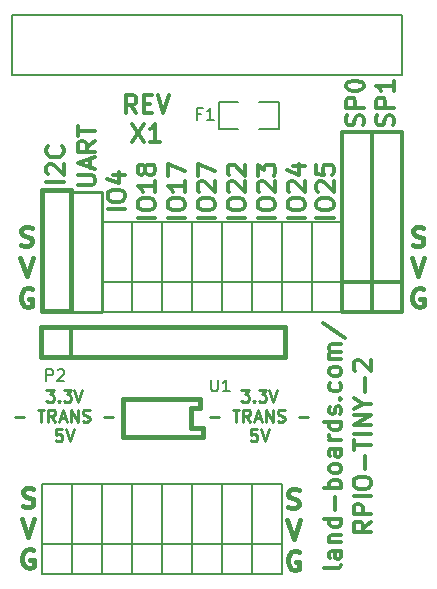
<source format=gto>
G04 (created by PCBNEW (2013-07-07 BZR 4022)-stable) date 11/15/2014 7:33:56 AM*
%MOIN*%
G04 Gerber Fmt 3.4, Leading zero omitted, Abs format*
%FSLAX34Y34*%
G01*
G70*
G90*
G04 APERTURE LIST*
%ADD10C,0.00590551*%
%ADD11C,0.015*%
%ADD12C,0.01*%
%ADD13C,0.011811*%
%ADD14C,0.008*%
%ADD15C,0.006*%
%ADD16C,0.005*%
%ADD17C,0.012*%
G04 APERTURE END LIST*
G54D10*
G54D11*
X9471Y-16773D02*
X9560Y-16802D01*
X9709Y-16802D01*
X9769Y-16773D01*
X9798Y-16743D01*
X9828Y-16683D01*
X9828Y-16624D01*
X9798Y-16564D01*
X9769Y-16535D01*
X9709Y-16505D01*
X9590Y-16475D01*
X9530Y-16445D01*
X9501Y-16416D01*
X9471Y-16356D01*
X9471Y-16297D01*
X9501Y-16237D01*
X9530Y-16207D01*
X9590Y-16177D01*
X9739Y-16177D01*
X9828Y-16207D01*
X9441Y-17202D02*
X9650Y-17827D01*
X9858Y-17202D01*
X9813Y-18257D02*
X9754Y-18227D01*
X9664Y-18227D01*
X9575Y-18257D01*
X9516Y-18317D01*
X9486Y-18376D01*
X9456Y-18495D01*
X9456Y-18585D01*
X9486Y-18704D01*
X9516Y-18763D01*
X9575Y-18823D01*
X9664Y-18852D01*
X9724Y-18852D01*
X9813Y-18823D01*
X9843Y-18793D01*
X9843Y-18585D01*
X9724Y-18585D01*
X621Y-16723D02*
X710Y-16752D01*
X859Y-16752D01*
X919Y-16723D01*
X948Y-16693D01*
X978Y-16633D01*
X978Y-16574D01*
X948Y-16514D01*
X919Y-16485D01*
X859Y-16455D01*
X740Y-16425D01*
X680Y-16395D01*
X651Y-16366D01*
X621Y-16306D01*
X621Y-16247D01*
X651Y-16187D01*
X680Y-16157D01*
X740Y-16127D01*
X889Y-16127D01*
X978Y-16157D01*
X591Y-17152D02*
X800Y-17777D01*
X1008Y-17152D01*
X963Y-18207D02*
X904Y-18177D01*
X814Y-18177D01*
X725Y-18207D01*
X666Y-18267D01*
X636Y-18326D01*
X606Y-18445D01*
X606Y-18535D01*
X636Y-18654D01*
X666Y-18713D01*
X725Y-18773D01*
X814Y-18802D01*
X874Y-18802D01*
X963Y-18773D01*
X993Y-18743D01*
X993Y-18535D01*
X874Y-18535D01*
G54D12*
X7909Y-12861D02*
X8157Y-12861D01*
X8023Y-13014D01*
X8080Y-13014D01*
X8119Y-13033D01*
X8138Y-13052D01*
X8157Y-13090D01*
X8157Y-13185D01*
X8138Y-13223D01*
X8119Y-13242D01*
X8080Y-13261D01*
X7966Y-13261D01*
X7928Y-13242D01*
X7909Y-13223D01*
X8328Y-13223D02*
X8347Y-13242D01*
X8328Y-13261D01*
X8309Y-13242D01*
X8328Y-13223D01*
X8328Y-13261D01*
X8480Y-12861D02*
X8728Y-12861D01*
X8595Y-13014D01*
X8652Y-13014D01*
X8690Y-13033D01*
X8709Y-13052D01*
X8728Y-13090D01*
X8728Y-13185D01*
X8709Y-13223D01*
X8690Y-13242D01*
X8652Y-13261D01*
X8538Y-13261D01*
X8500Y-13242D01*
X8480Y-13223D01*
X8842Y-12861D02*
X8976Y-13261D01*
X9109Y-12861D01*
X6871Y-13769D02*
X7176Y-13769D01*
X7614Y-13521D02*
X7842Y-13521D01*
X7728Y-13921D02*
X7728Y-13521D01*
X8204Y-13921D02*
X8071Y-13731D01*
X7976Y-13921D02*
X7976Y-13521D01*
X8128Y-13521D01*
X8166Y-13540D01*
X8185Y-13560D01*
X8204Y-13598D01*
X8204Y-13655D01*
X8185Y-13693D01*
X8166Y-13712D01*
X8128Y-13731D01*
X7976Y-13731D01*
X8357Y-13807D02*
X8547Y-13807D01*
X8319Y-13921D02*
X8452Y-13521D01*
X8585Y-13921D01*
X8719Y-13921D02*
X8719Y-13521D01*
X8947Y-13921D01*
X8947Y-13521D01*
X9119Y-13902D02*
X9176Y-13921D01*
X9271Y-13921D01*
X9309Y-13902D01*
X9328Y-13883D01*
X9347Y-13845D01*
X9347Y-13807D01*
X9328Y-13769D01*
X9309Y-13750D01*
X9271Y-13731D01*
X9195Y-13712D01*
X9157Y-13693D01*
X9138Y-13674D01*
X9119Y-13636D01*
X9119Y-13598D01*
X9138Y-13560D01*
X9157Y-13540D01*
X9195Y-13521D01*
X9290Y-13521D01*
X9347Y-13540D01*
X9823Y-13769D02*
X10128Y-13769D01*
X8423Y-14181D02*
X8233Y-14181D01*
X8214Y-14372D01*
X8233Y-14353D01*
X8271Y-14334D01*
X8366Y-14334D01*
X8404Y-14353D01*
X8423Y-14372D01*
X8442Y-14410D01*
X8442Y-14505D01*
X8423Y-14543D01*
X8404Y-14562D01*
X8366Y-14581D01*
X8271Y-14581D01*
X8233Y-14562D01*
X8214Y-14543D01*
X8557Y-14181D02*
X8690Y-14581D01*
X8823Y-14181D01*
X1409Y-12861D02*
X1657Y-12861D01*
X1523Y-13014D01*
X1580Y-13014D01*
X1619Y-13033D01*
X1638Y-13052D01*
X1657Y-13090D01*
X1657Y-13185D01*
X1638Y-13223D01*
X1619Y-13242D01*
X1580Y-13261D01*
X1466Y-13261D01*
X1428Y-13242D01*
X1409Y-13223D01*
X1828Y-13223D02*
X1847Y-13242D01*
X1828Y-13261D01*
X1809Y-13242D01*
X1828Y-13223D01*
X1828Y-13261D01*
X1980Y-12861D02*
X2228Y-12861D01*
X2095Y-13014D01*
X2152Y-13014D01*
X2190Y-13033D01*
X2209Y-13052D01*
X2228Y-13090D01*
X2228Y-13185D01*
X2209Y-13223D01*
X2190Y-13242D01*
X2152Y-13261D01*
X2038Y-13261D01*
X2000Y-13242D01*
X1980Y-13223D01*
X2342Y-12861D02*
X2476Y-13261D01*
X2609Y-12861D01*
X371Y-13769D02*
X676Y-13769D01*
X1114Y-13521D02*
X1342Y-13521D01*
X1228Y-13921D02*
X1228Y-13521D01*
X1704Y-13921D02*
X1571Y-13731D01*
X1476Y-13921D02*
X1476Y-13521D01*
X1628Y-13521D01*
X1666Y-13540D01*
X1685Y-13560D01*
X1704Y-13598D01*
X1704Y-13655D01*
X1685Y-13693D01*
X1666Y-13712D01*
X1628Y-13731D01*
X1476Y-13731D01*
X1857Y-13807D02*
X2047Y-13807D01*
X1819Y-13921D02*
X1952Y-13521D01*
X2085Y-13921D01*
X2219Y-13921D02*
X2219Y-13521D01*
X2447Y-13921D01*
X2447Y-13521D01*
X2619Y-13902D02*
X2676Y-13921D01*
X2771Y-13921D01*
X2809Y-13902D01*
X2828Y-13883D01*
X2847Y-13845D01*
X2847Y-13807D01*
X2828Y-13769D01*
X2809Y-13750D01*
X2771Y-13731D01*
X2695Y-13712D01*
X2657Y-13693D01*
X2638Y-13674D01*
X2619Y-13636D01*
X2619Y-13598D01*
X2638Y-13560D01*
X2657Y-13540D01*
X2695Y-13521D01*
X2790Y-13521D01*
X2847Y-13540D01*
X3323Y-13769D02*
X3628Y-13769D01*
X1923Y-14181D02*
X1733Y-14181D01*
X1714Y-14372D01*
X1733Y-14353D01*
X1771Y-14334D01*
X1866Y-14334D01*
X1904Y-14353D01*
X1923Y-14372D01*
X1942Y-14410D01*
X1942Y-14505D01*
X1923Y-14543D01*
X1904Y-14562D01*
X1866Y-14581D01*
X1771Y-14581D01*
X1733Y-14562D01*
X1714Y-14543D01*
X2057Y-14181D02*
X2190Y-14581D01*
X2323Y-14181D01*
G54D13*
X1989Y-5926D02*
X1398Y-5926D01*
X1454Y-5673D02*
X1426Y-5645D01*
X1398Y-5589D01*
X1398Y-5448D01*
X1426Y-5392D01*
X1454Y-5364D01*
X1510Y-5335D01*
X1567Y-5335D01*
X1651Y-5364D01*
X1989Y-5701D01*
X1989Y-5335D01*
X1932Y-4745D02*
X1960Y-4773D01*
X1989Y-4857D01*
X1989Y-4914D01*
X1960Y-4998D01*
X1904Y-5054D01*
X1848Y-5082D01*
X1735Y-5110D01*
X1651Y-5110D01*
X1539Y-5082D01*
X1482Y-5054D01*
X1426Y-4998D01*
X1398Y-4914D01*
X1398Y-4857D01*
X1426Y-4773D01*
X1454Y-4745D01*
X2448Y-6042D02*
X2926Y-6042D01*
X2982Y-6013D01*
X3010Y-5985D01*
X3039Y-5929D01*
X3039Y-5817D01*
X3010Y-5760D01*
X2982Y-5732D01*
X2926Y-5704D01*
X2448Y-5704D01*
X2870Y-5451D02*
X2870Y-5170D01*
X3039Y-5507D02*
X2448Y-5310D01*
X3039Y-5114D01*
X3039Y-4579D02*
X2757Y-4776D01*
X3039Y-4917D02*
X2448Y-4917D01*
X2448Y-4692D01*
X2476Y-4635D01*
X2504Y-4607D01*
X2560Y-4579D01*
X2645Y-4579D01*
X2701Y-4607D01*
X2729Y-4635D01*
X2757Y-4692D01*
X2757Y-4917D01*
X2448Y-4411D02*
X2448Y-4073D01*
X3039Y-4242D02*
X2448Y-4242D01*
X4039Y-6840D02*
X3448Y-6840D01*
X3448Y-6446D02*
X3448Y-6334D01*
X3476Y-6278D01*
X3532Y-6221D01*
X3645Y-6193D01*
X3842Y-6193D01*
X3954Y-6221D01*
X4010Y-6278D01*
X4039Y-6334D01*
X4039Y-6446D01*
X4010Y-6503D01*
X3954Y-6559D01*
X3842Y-6587D01*
X3645Y-6587D01*
X3532Y-6559D01*
X3476Y-6503D01*
X3448Y-6446D01*
X3645Y-5687D02*
X4039Y-5687D01*
X3420Y-5828D02*
X3842Y-5968D01*
X3842Y-5603D01*
X5039Y-7121D02*
X4448Y-7121D01*
X4448Y-6728D02*
X4448Y-6615D01*
X4476Y-6559D01*
X4532Y-6503D01*
X4645Y-6474D01*
X4842Y-6474D01*
X4954Y-6503D01*
X5010Y-6559D01*
X5039Y-6615D01*
X5039Y-6728D01*
X5010Y-6784D01*
X4954Y-6840D01*
X4842Y-6868D01*
X4645Y-6868D01*
X4532Y-6840D01*
X4476Y-6784D01*
X4448Y-6728D01*
X5039Y-5912D02*
X5039Y-6249D01*
X5039Y-6081D02*
X4448Y-6081D01*
X4532Y-6137D01*
X4589Y-6193D01*
X4617Y-6249D01*
X4701Y-5575D02*
X4673Y-5631D01*
X4645Y-5659D01*
X4589Y-5687D01*
X4560Y-5687D01*
X4504Y-5659D01*
X4476Y-5631D01*
X4448Y-5575D01*
X4448Y-5462D01*
X4476Y-5406D01*
X4504Y-5378D01*
X4560Y-5350D01*
X4589Y-5350D01*
X4645Y-5378D01*
X4673Y-5406D01*
X4701Y-5462D01*
X4701Y-5575D01*
X4729Y-5631D01*
X4757Y-5659D01*
X4814Y-5687D01*
X4926Y-5687D01*
X4982Y-5659D01*
X5010Y-5631D01*
X5039Y-5575D01*
X5039Y-5462D01*
X5010Y-5406D01*
X4982Y-5378D01*
X4926Y-5350D01*
X4814Y-5350D01*
X4757Y-5378D01*
X4729Y-5406D01*
X4701Y-5462D01*
X6039Y-7121D02*
X5448Y-7121D01*
X5448Y-6728D02*
X5448Y-6615D01*
X5476Y-6559D01*
X5532Y-6503D01*
X5645Y-6474D01*
X5842Y-6474D01*
X5954Y-6503D01*
X6010Y-6559D01*
X6039Y-6615D01*
X6039Y-6728D01*
X6010Y-6784D01*
X5954Y-6840D01*
X5842Y-6868D01*
X5645Y-6868D01*
X5532Y-6840D01*
X5476Y-6784D01*
X5448Y-6728D01*
X6039Y-5912D02*
X6039Y-6249D01*
X6039Y-6081D02*
X5448Y-6081D01*
X5532Y-6137D01*
X5589Y-6193D01*
X5617Y-6249D01*
X5448Y-5715D02*
X5448Y-5321D01*
X6039Y-5575D01*
X7039Y-7121D02*
X6448Y-7121D01*
X6448Y-6728D02*
X6448Y-6615D01*
X6476Y-6559D01*
X6532Y-6503D01*
X6645Y-6474D01*
X6842Y-6474D01*
X6954Y-6503D01*
X7010Y-6559D01*
X7039Y-6615D01*
X7039Y-6728D01*
X7010Y-6784D01*
X6954Y-6840D01*
X6842Y-6868D01*
X6645Y-6868D01*
X6532Y-6840D01*
X6476Y-6784D01*
X6448Y-6728D01*
X6504Y-6249D02*
X6476Y-6221D01*
X6448Y-6165D01*
X6448Y-6025D01*
X6476Y-5968D01*
X6504Y-5940D01*
X6560Y-5912D01*
X6617Y-5912D01*
X6701Y-5940D01*
X7039Y-6278D01*
X7039Y-5912D01*
X6448Y-5715D02*
X6448Y-5321D01*
X7039Y-5575D01*
X8039Y-7121D02*
X7448Y-7121D01*
X7448Y-6728D02*
X7448Y-6615D01*
X7476Y-6559D01*
X7532Y-6503D01*
X7645Y-6474D01*
X7842Y-6474D01*
X7954Y-6503D01*
X8010Y-6559D01*
X8039Y-6615D01*
X8039Y-6728D01*
X8010Y-6784D01*
X7954Y-6840D01*
X7842Y-6868D01*
X7645Y-6868D01*
X7532Y-6840D01*
X7476Y-6784D01*
X7448Y-6728D01*
X7504Y-6249D02*
X7476Y-6221D01*
X7448Y-6165D01*
X7448Y-6025D01*
X7476Y-5968D01*
X7504Y-5940D01*
X7560Y-5912D01*
X7617Y-5912D01*
X7701Y-5940D01*
X8039Y-6278D01*
X8039Y-5912D01*
X7504Y-5687D02*
X7476Y-5659D01*
X7448Y-5603D01*
X7448Y-5462D01*
X7476Y-5406D01*
X7504Y-5378D01*
X7560Y-5350D01*
X7617Y-5350D01*
X7701Y-5378D01*
X8039Y-5715D01*
X8039Y-5350D01*
X9039Y-7121D02*
X8448Y-7121D01*
X8448Y-6728D02*
X8448Y-6615D01*
X8476Y-6559D01*
X8532Y-6503D01*
X8645Y-6474D01*
X8842Y-6474D01*
X8954Y-6503D01*
X9010Y-6559D01*
X9039Y-6615D01*
X9039Y-6728D01*
X9010Y-6784D01*
X8954Y-6840D01*
X8842Y-6868D01*
X8645Y-6868D01*
X8532Y-6840D01*
X8476Y-6784D01*
X8448Y-6728D01*
X8504Y-6249D02*
X8476Y-6221D01*
X8448Y-6165D01*
X8448Y-6025D01*
X8476Y-5968D01*
X8504Y-5940D01*
X8560Y-5912D01*
X8617Y-5912D01*
X8701Y-5940D01*
X9039Y-6278D01*
X9039Y-5912D01*
X8448Y-5715D02*
X8448Y-5350D01*
X8673Y-5546D01*
X8673Y-5462D01*
X8701Y-5406D01*
X8729Y-5378D01*
X8785Y-5350D01*
X8926Y-5350D01*
X8982Y-5378D01*
X9010Y-5406D01*
X9039Y-5462D01*
X9039Y-5631D01*
X9010Y-5687D01*
X8982Y-5715D01*
X10039Y-7121D02*
X9448Y-7121D01*
X9448Y-6728D02*
X9448Y-6615D01*
X9476Y-6559D01*
X9532Y-6503D01*
X9645Y-6474D01*
X9842Y-6474D01*
X9954Y-6503D01*
X10010Y-6559D01*
X10039Y-6615D01*
X10039Y-6728D01*
X10010Y-6784D01*
X9954Y-6840D01*
X9842Y-6868D01*
X9645Y-6868D01*
X9532Y-6840D01*
X9476Y-6784D01*
X9448Y-6728D01*
X9504Y-6249D02*
X9476Y-6221D01*
X9448Y-6165D01*
X9448Y-6025D01*
X9476Y-5968D01*
X9504Y-5940D01*
X9560Y-5912D01*
X9617Y-5912D01*
X9701Y-5940D01*
X10039Y-6278D01*
X10039Y-5912D01*
X9645Y-5406D02*
X10039Y-5406D01*
X9420Y-5546D02*
X9842Y-5687D01*
X9842Y-5321D01*
X10989Y-7121D02*
X10398Y-7121D01*
X10398Y-6728D02*
X10398Y-6615D01*
X10426Y-6559D01*
X10482Y-6503D01*
X10595Y-6474D01*
X10792Y-6474D01*
X10904Y-6503D01*
X10960Y-6559D01*
X10989Y-6615D01*
X10989Y-6728D01*
X10960Y-6784D01*
X10904Y-6840D01*
X10792Y-6868D01*
X10595Y-6868D01*
X10482Y-6840D01*
X10426Y-6784D01*
X10398Y-6728D01*
X10454Y-6249D02*
X10426Y-6221D01*
X10398Y-6165D01*
X10398Y-6025D01*
X10426Y-5968D01*
X10454Y-5940D01*
X10510Y-5912D01*
X10567Y-5912D01*
X10651Y-5940D01*
X10989Y-6278D01*
X10989Y-5912D01*
X10398Y-5378D02*
X10398Y-5659D01*
X10679Y-5687D01*
X10651Y-5659D01*
X10623Y-5603D01*
X10623Y-5462D01*
X10651Y-5406D01*
X10679Y-5378D01*
X10735Y-5350D01*
X10876Y-5350D01*
X10932Y-5378D01*
X10960Y-5406D01*
X10989Y-5462D01*
X10989Y-5603D01*
X10960Y-5659D01*
X10932Y-5687D01*
X12960Y-4045D02*
X12989Y-3960D01*
X12989Y-3820D01*
X12960Y-3764D01*
X12932Y-3735D01*
X12876Y-3707D01*
X12820Y-3707D01*
X12764Y-3735D01*
X12735Y-3764D01*
X12707Y-3820D01*
X12679Y-3932D01*
X12651Y-3988D01*
X12623Y-4017D01*
X12567Y-4045D01*
X12510Y-4045D01*
X12454Y-4017D01*
X12426Y-3988D01*
X12398Y-3932D01*
X12398Y-3792D01*
X12426Y-3707D01*
X12989Y-3454D02*
X12398Y-3454D01*
X12398Y-3229D01*
X12426Y-3173D01*
X12454Y-3145D01*
X12510Y-3117D01*
X12595Y-3117D01*
X12651Y-3145D01*
X12679Y-3173D01*
X12707Y-3229D01*
X12707Y-3454D01*
X12989Y-2554D02*
X12989Y-2892D01*
X12989Y-2723D02*
X12398Y-2723D01*
X12482Y-2779D01*
X12539Y-2835D01*
X12567Y-2892D01*
X11960Y-4045D02*
X11989Y-3960D01*
X11989Y-3820D01*
X11960Y-3764D01*
X11932Y-3735D01*
X11876Y-3707D01*
X11820Y-3707D01*
X11764Y-3735D01*
X11735Y-3764D01*
X11707Y-3820D01*
X11679Y-3932D01*
X11651Y-3988D01*
X11623Y-4017D01*
X11567Y-4045D01*
X11510Y-4045D01*
X11454Y-4017D01*
X11426Y-3988D01*
X11398Y-3932D01*
X11398Y-3792D01*
X11426Y-3707D01*
X11989Y-3454D02*
X11398Y-3454D01*
X11398Y-3229D01*
X11426Y-3173D01*
X11454Y-3145D01*
X11510Y-3117D01*
X11595Y-3117D01*
X11651Y-3145D01*
X11679Y-3173D01*
X11707Y-3229D01*
X11707Y-3454D01*
X11398Y-2751D02*
X11398Y-2695D01*
X11426Y-2639D01*
X11454Y-2611D01*
X11510Y-2582D01*
X11623Y-2554D01*
X11764Y-2554D01*
X11876Y-2582D01*
X11932Y-2611D01*
X11960Y-2639D01*
X11989Y-2695D01*
X11989Y-2751D01*
X11960Y-2807D01*
X11932Y-2835D01*
X11876Y-2864D01*
X11764Y-2892D01*
X11623Y-2892D01*
X11510Y-2864D01*
X11454Y-2835D01*
X11426Y-2807D01*
X11398Y-2751D01*
X4412Y-3639D02*
X4215Y-3357D01*
X4075Y-3639D02*
X4075Y-3048D01*
X4300Y-3048D01*
X4356Y-3076D01*
X4384Y-3104D01*
X4412Y-3160D01*
X4412Y-3245D01*
X4384Y-3301D01*
X4356Y-3329D01*
X4300Y-3357D01*
X4075Y-3357D01*
X4665Y-3329D02*
X4862Y-3329D01*
X4946Y-3639D02*
X4665Y-3639D01*
X4665Y-3048D01*
X4946Y-3048D01*
X5115Y-3048D02*
X5312Y-3639D01*
X5509Y-3048D01*
X4271Y-3993D02*
X4665Y-4583D01*
X4665Y-3993D02*
X4271Y-4583D01*
X5199Y-4583D02*
X4862Y-4583D01*
X5031Y-4583D02*
X5031Y-3993D01*
X4974Y-4077D01*
X4918Y-4133D01*
X4862Y-4162D01*
X11239Y-18701D02*
X11210Y-18757D01*
X11154Y-18785D01*
X10648Y-18785D01*
X11239Y-18223D02*
X10929Y-18223D01*
X10873Y-18251D01*
X10845Y-18307D01*
X10845Y-18419D01*
X10873Y-18476D01*
X11210Y-18223D02*
X11239Y-18279D01*
X11239Y-18419D01*
X11210Y-18476D01*
X11154Y-18504D01*
X11098Y-18504D01*
X11042Y-18476D01*
X11014Y-18419D01*
X11014Y-18279D01*
X10985Y-18223D01*
X10845Y-17941D02*
X11239Y-17941D01*
X10901Y-17941D02*
X10873Y-17913D01*
X10845Y-17857D01*
X10845Y-17773D01*
X10873Y-17716D01*
X10929Y-17688D01*
X11239Y-17688D01*
X11239Y-17154D02*
X10648Y-17154D01*
X11210Y-17154D02*
X11239Y-17210D01*
X11239Y-17323D01*
X11210Y-17379D01*
X11182Y-17407D01*
X11126Y-17435D01*
X10957Y-17435D01*
X10901Y-17407D01*
X10873Y-17379D01*
X10845Y-17323D01*
X10845Y-17210D01*
X10873Y-17154D01*
X11014Y-16873D02*
X11014Y-16423D01*
X11239Y-16142D02*
X10648Y-16142D01*
X10873Y-16142D02*
X10845Y-16085D01*
X10845Y-15973D01*
X10873Y-15917D01*
X10901Y-15888D01*
X10957Y-15860D01*
X11126Y-15860D01*
X11182Y-15888D01*
X11210Y-15917D01*
X11239Y-15973D01*
X11239Y-16085D01*
X11210Y-16142D01*
X11239Y-15523D02*
X11210Y-15579D01*
X11182Y-15607D01*
X11126Y-15635D01*
X10957Y-15635D01*
X10901Y-15607D01*
X10873Y-15579D01*
X10845Y-15523D01*
X10845Y-15438D01*
X10873Y-15382D01*
X10901Y-15354D01*
X10957Y-15326D01*
X11126Y-15326D01*
X11182Y-15354D01*
X11210Y-15382D01*
X11239Y-15438D01*
X11239Y-15523D01*
X11239Y-14820D02*
X10929Y-14820D01*
X10873Y-14848D01*
X10845Y-14904D01*
X10845Y-15017D01*
X10873Y-15073D01*
X11210Y-14820D02*
X11239Y-14876D01*
X11239Y-15017D01*
X11210Y-15073D01*
X11154Y-15101D01*
X11098Y-15101D01*
X11042Y-15073D01*
X11014Y-15017D01*
X11014Y-14876D01*
X10985Y-14820D01*
X11239Y-14539D02*
X10845Y-14539D01*
X10957Y-14539D02*
X10901Y-14510D01*
X10873Y-14482D01*
X10845Y-14426D01*
X10845Y-14370D01*
X11239Y-13920D02*
X10648Y-13920D01*
X11210Y-13920D02*
X11239Y-13976D01*
X11239Y-14089D01*
X11210Y-14145D01*
X11182Y-14173D01*
X11126Y-14201D01*
X10957Y-14201D01*
X10901Y-14173D01*
X10873Y-14145D01*
X10845Y-14089D01*
X10845Y-13976D01*
X10873Y-13920D01*
X11210Y-13667D02*
X11239Y-13611D01*
X11239Y-13498D01*
X11210Y-13442D01*
X11154Y-13414D01*
X11126Y-13414D01*
X11070Y-13442D01*
X11042Y-13498D01*
X11042Y-13582D01*
X11014Y-13639D01*
X10957Y-13667D01*
X10929Y-13667D01*
X10873Y-13639D01*
X10845Y-13582D01*
X10845Y-13498D01*
X10873Y-13442D01*
X11182Y-13161D02*
X11210Y-13133D01*
X11239Y-13161D01*
X11210Y-13189D01*
X11182Y-13161D01*
X11239Y-13161D01*
X11210Y-12626D02*
X11239Y-12683D01*
X11239Y-12795D01*
X11210Y-12851D01*
X11182Y-12879D01*
X11126Y-12908D01*
X10957Y-12908D01*
X10901Y-12879D01*
X10873Y-12851D01*
X10845Y-12795D01*
X10845Y-12683D01*
X10873Y-12626D01*
X11239Y-12289D02*
X11210Y-12345D01*
X11182Y-12373D01*
X11126Y-12401D01*
X10957Y-12401D01*
X10901Y-12373D01*
X10873Y-12345D01*
X10845Y-12289D01*
X10845Y-12205D01*
X10873Y-12148D01*
X10901Y-12120D01*
X10957Y-12092D01*
X11126Y-12092D01*
X11182Y-12120D01*
X11210Y-12148D01*
X11239Y-12205D01*
X11239Y-12289D01*
X11239Y-11839D02*
X10845Y-11839D01*
X10901Y-11839D02*
X10873Y-11811D01*
X10845Y-11755D01*
X10845Y-11670D01*
X10873Y-11614D01*
X10929Y-11586D01*
X11239Y-11586D01*
X10929Y-11586D02*
X10873Y-11558D01*
X10845Y-11501D01*
X10845Y-11417D01*
X10873Y-11361D01*
X10929Y-11333D01*
X11239Y-11333D01*
X10620Y-10630D02*
X11379Y-11136D01*
G54D11*
X571Y-8023D02*
X660Y-8052D01*
X809Y-8052D01*
X869Y-8023D01*
X898Y-7993D01*
X928Y-7933D01*
X928Y-7874D01*
X898Y-7814D01*
X869Y-7785D01*
X809Y-7755D01*
X690Y-7725D01*
X630Y-7695D01*
X601Y-7666D01*
X571Y-7606D01*
X571Y-7547D01*
X601Y-7487D01*
X630Y-7457D01*
X690Y-7427D01*
X839Y-7427D01*
X928Y-7457D01*
X541Y-8452D02*
X750Y-9077D01*
X958Y-8452D01*
X913Y-9507D02*
X854Y-9477D01*
X764Y-9477D01*
X675Y-9507D01*
X616Y-9567D01*
X586Y-9626D01*
X556Y-9745D01*
X556Y-9835D01*
X586Y-9954D01*
X616Y-10013D01*
X675Y-10073D01*
X764Y-10102D01*
X824Y-10102D01*
X913Y-10073D01*
X943Y-10043D01*
X943Y-9835D01*
X824Y-9835D01*
G54D13*
X12239Y-17252D02*
X11957Y-17449D01*
X12239Y-17590D02*
X11648Y-17590D01*
X11648Y-17365D01*
X11676Y-17309D01*
X11704Y-17280D01*
X11760Y-17252D01*
X11845Y-17252D01*
X11901Y-17280D01*
X11929Y-17309D01*
X11957Y-17365D01*
X11957Y-17590D01*
X12239Y-16999D02*
X11648Y-16999D01*
X11648Y-16774D01*
X11676Y-16718D01*
X11704Y-16690D01*
X11760Y-16662D01*
X11845Y-16662D01*
X11901Y-16690D01*
X11929Y-16718D01*
X11957Y-16774D01*
X11957Y-16999D01*
X12239Y-16409D02*
X11648Y-16409D01*
X11648Y-16015D02*
X11648Y-15902D01*
X11676Y-15846D01*
X11732Y-15790D01*
X11845Y-15762D01*
X12042Y-15762D01*
X12154Y-15790D01*
X12210Y-15846D01*
X12239Y-15902D01*
X12239Y-16015D01*
X12210Y-16071D01*
X12154Y-16127D01*
X12042Y-16156D01*
X11845Y-16156D01*
X11732Y-16127D01*
X11676Y-16071D01*
X11648Y-16015D01*
X12014Y-15509D02*
X12014Y-15059D01*
X11648Y-14862D02*
X11648Y-14525D01*
X12239Y-14693D02*
X11648Y-14693D01*
X12239Y-14328D02*
X11648Y-14328D01*
X12239Y-14046D02*
X11648Y-14046D01*
X12239Y-13709D01*
X11648Y-13709D01*
X11957Y-13315D02*
X12239Y-13315D01*
X11648Y-13512D02*
X11957Y-13315D01*
X11648Y-13118D01*
X12014Y-12922D02*
X12014Y-12472D01*
X11704Y-12219D02*
X11676Y-12190D01*
X11648Y-12134D01*
X11648Y-11994D01*
X11676Y-11937D01*
X11704Y-11909D01*
X11760Y-11881D01*
X11817Y-11881D01*
X11901Y-11909D01*
X12239Y-12247D01*
X12239Y-11881D01*
G54D11*
X13621Y-8023D02*
X13710Y-8052D01*
X13859Y-8052D01*
X13919Y-8023D01*
X13948Y-7993D01*
X13978Y-7933D01*
X13978Y-7874D01*
X13948Y-7814D01*
X13919Y-7785D01*
X13859Y-7755D01*
X13740Y-7725D01*
X13680Y-7695D01*
X13651Y-7666D01*
X13621Y-7606D01*
X13621Y-7547D01*
X13651Y-7487D01*
X13680Y-7457D01*
X13740Y-7427D01*
X13889Y-7427D01*
X13978Y-7457D01*
X13591Y-8452D02*
X13800Y-9077D01*
X14008Y-8452D01*
X13963Y-9507D02*
X13904Y-9477D01*
X13814Y-9477D01*
X13725Y-9507D01*
X13666Y-9567D01*
X13636Y-9626D01*
X13606Y-9745D01*
X13606Y-9835D01*
X13636Y-9954D01*
X13666Y-10013D01*
X13725Y-10073D01*
X13814Y-10102D01*
X13874Y-10102D01*
X13963Y-10073D01*
X13993Y-10043D01*
X13993Y-9835D01*
X13874Y-9835D01*
G54D14*
X250Y-2350D02*
X13250Y-2350D01*
X13250Y-350D02*
X250Y-350D01*
X250Y-350D02*
X250Y-2350D01*
X13250Y-2350D02*
X13250Y-350D01*
G54D15*
X4250Y-10250D02*
X3250Y-10250D01*
X3250Y-10250D02*
X3250Y-7250D01*
X3250Y-7250D02*
X4250Y-7250D01*
X4250Y-7250D02*
X4250Y-10250D01*
X3250Y-9250D02*
X4250Y-9250D01*
X7250Y-10250D02*
X6250Y-10250D01*
X6250Y-10250D02*
X6250Y-7250D01*
X6250Y-7250D02*
X7250Y-7250D01*
X7250Y-7250D02*
X7250Y-10250D01*
X6250Y-9250D02*
X7250Y-9250D01*
X8250Y-10250D02*
X7250Y-10250D01*
X7250Y-10250D02*
X7250Y-7250D01*
X7250Y-7250D02*
X8250Y-7250D01*
X8250Y-7250D02*
X8250Y-10250D01*
X7250Y-9250D02*
X8250Y-9250D01*
G54D16*
X7150Y-3250D02*
X7150Y-4150D01*
X7150Y-4150D02*
X7800Y-4150D01*
X8500Y-3250D02*
X9150Y-3250D01*
X9150Y-3250D02*
X9150Y-4150D01*
X9150Y-4150D02*
X8500Y-4150D01*
X7800Y-3250D02*
X7150Y-3250D01*
G54D15*
X6250Y-10250D02*
X5250Y-10250D01*
X5250Y-10250D02*
X5250Y-7250D01*
X5250Y-7250D02*
X6250Y-7250D01*
X6250Y-7250D02*
X6250Y-10250D01*
X5250Y-9250D02*
X6250Y-9250D01*
X9250Y-10250D02*
X8250Y-10250D01*
X8250Y-10250D02*
X8250Y-7250D01*
X8250Y-7250D02*
X9250Y-7250D01*
X9250Y-7250D02*
X9250Y-10250D01*
X8250Y-9250D02*
X9250Y-9250D01*
X10250Y-10250D02*
X9250Y-10250D01*
X9250Y-10250D02*
X9250Y-7250D01*
X9250Y-7250D02*
X10250Y-7250D01*
X10250Y-7250D02*
X10250Y-10250D01*
X9250Y-9250D02*
X10250Y-9250D01*
X11250Y-10250D02*
X10250Y-10250D01*
X10250Y-10250D02*
X10250Y-7250D01*
X10250Y-7250D02*
X11250Y-7250D01*
X11250Y-7250D02*
X11250Y-10250D01*
X10250Y-9250D02*
X11250Y-9250D01*
X5250Y-10250D02*
X4250Y-10250D01*
X4250Y-10250D02*
X4250Y-7250D01*
X4250Y-7250D02*
X5250Y-7250D01*
X5250Y-7250D02*
X5250Y-10250D01*
X4250Y-9250D02*
X5250Y-9250D01*
G54D17*
X12250Y-10250D02*
X11250Y-10250D01*
X11250Y-10250D02*
X11250Y-4250D01*
X11250Y-4250D02*
X12250Y-4250D01*
X12250Y-4250D02*
X12250Y-10250D01*
X12250Y-9250D02*
X11250Y-9250D01*
X13250Y-10250D02*
X12250Y-10250D01*
X12250Y-10250D02*
X12250Y-4250D01*
X12250Y-4250D02*
X13250Y-4250D01*
X13250Y-4250D02*
X13250Y-10250D01*
X13250Y-9250D02*
X12250Y-9250D01*
G54D11*
X1258Y-10242D02*
X1258Y-6207D01*
X1258Y-6207D02*
X2242Y-6207D01*
X1258Y-10242D02*
X2242Y-10242D01*
X2242Y-10242D02*
X2242Y-6207D01*
G54D12*
X3250Y-6250D02*
X3250Y-10250D01*
X2250Y-6250D02*
X2250Y-10250D01*
X2250Y-10250D02*
X3250Y-10250D01*
X3250Y-6250D02*
X2250Y-6250D01*
G54D11*
X6627Y-14438D02*
X3970Y-14438D01*
X3970Y-14438D02*
X3970Y-13159D01*
X3970Y-13159D02*
X6529Y-13159D01*
X6529Y-13159D02*
X6529Y-13454D01*
X6529Y-13454D02*
X6234Y-13454D01*
X6234Y-13454D02*
X6234Y-14143D01*
X6234Y-14143D02*
X6627Y-14143D01*
X6627Y-14143D02*
X6627Y-14438D01*
X9350Y-11750D02*
X1250Y-11750D01*
X1250Y-10750D02*
X9350Y-10750D01*
X1234Y-10750D02*
X1234Y-11750D01*
X9364Y-10750D02*
X9364Y-11750D01*
G54D17*
X2234Y-11750D02*
X2234Y-10750D01*
G54D15*
X9250Y-19000D02*
X8250Y-19000D01*
X8250Y-19000D02*
X8250Y-16000D01*
X8250Y-16000D02*
X9250Y-16000D01*
X9250Y-16000D02*
X9250Y-19000D01*
X8250Y-18000D02*
X9250Y-18000D01*
X8250Y-19000D02*
X7250Y-19000D01*
X7250Y-19000D02*
X7250Y-16000D01*
X7250Y-16000D02*
X8250Y-16000D01*
X8250Y-16000D02*
X8250Y-19000D01*
X7250Y-18000D02*
X8250Y-18000D01*
X7250Y-19000D02*
X6250Y-19000D01*
X6250Y-19000D02*
X6250Y-16000D01*
X6250Y-16000D02*
X7250Y-16000D01*
X7250Y-16000D02*
X7250Y-19000D01*
X6250Y-18000D02*
X7250Y-18000D01*
X6250Y-19000D02*
X5250Y-19000D01*
X5250Y-19000D02*
X5250Y-16000D01*
X5250Y-16000D02*
X6250Y-16000D01*
X6250Y-16000D02*
X6250Y-19000D01*
X5250Y-18000D02*
X6250Y-18000D01*
X5250Y-19000D02*
X4250Y-19000D01*
X4250Y-19000D02*
X4250Y-16000D01*
X4250Y-16000D02*
X5250Y-16000D01*
X5250Y-16000D02*
X5250Y-19000D01*
X4250Y-18000D02*
X5250Y-18000D01*
X4250Y-19000D02*
X3250Y-19000D01*
X3250Y-19000D02*
X3250Y-16000D01*
X3250Y-16000D02*
X4250Y-16000D01*
X4250Y-16000D02*
X4250Y-19000D01*
X3250Y-18000D02*
X4250Y-18000D01*
X3250Y-19000D02*
X2250Y-19000D01*
X2250Y-19000D02*
X2250Y-16000D01*
X2250Y-16000D02*
X3250Y-16000D01*
X3250Y-16000D02*
X3250Y-19000D01*
X2250Y-18000D02*
X3250Y-18000D01*
X2250Y-19000D02*
X1250Y-19000D01*
X1250Y-19000D02*
X1250Y-16000D01*
X1250Y-16000D02*
X2250Y-16000D01*
X2250Y-16000D02*
X2250Y-19000D01*
X1250Y-18000D02*
X2250Y-18000D01*
G54D10*
X6568Y-3653D02*
X6437Y-3653D01*
X6437Y-3859D02*
X6437Y-3465D01*
X6625Y-3465D01*
X6981Y-3859D02*
X6756Y-3859D01*
X6868Y-3859D02*
X6868Y-3465D01*
X6831Y-3521D01*
X6793Y-3559D01*
X6756Y-3578D01*
X6900Y-12515D02*
X6900Y-12834D01*
X6918Y-12871D01*
X6937Y-12890D01*
X6975Y-12909D01*
X7050Y-12909D01*
X7087Y-12890D01*
X7106Y-12871D01*
X7125Y-12834D01*
X7125Y-12515D01*
X7518Y-12909D02*
X7293Y-12909D01*
X7406Y-12909D02*
X7406Y-12515D01*
X7368Y-12571D01*
X7331Y-12609D01*
X7293Y-12628D01*
X1409Y-12559D02*
X1409Y-12165D01*
X1559Y-12165D01*
X1596Y-12184D01*
X1615Y-12203D01*
X1634Y-12240D01*
X1634Y-12296D01*
X1615Y-12334D01*
X1596Y-12353D01*
X1559Y-12371D01*
X1409Y-12371D01*
X1784Y-12203D02*
X1803Y-12184D01*
X1840Y-12165D01*
X1934Y-12165D01*
X1971Y-12184D01*
X1990Y-12203D01*
X2009Y-12240D01*
X2009Y-12278D01*
X1990Y-12334D01*
X1765Y-12559D01*
X2009Y-12559D01*
M02*

</source>
